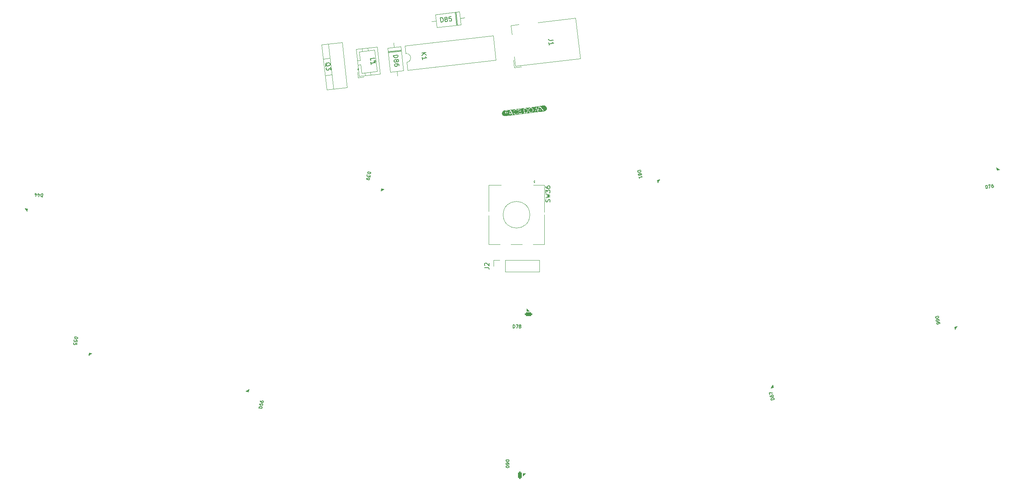
<source format=gto>
G04 #@! TF.GenerationSoftware,KiCad,Pcbnew,(7.0.0-0)*
G04 #@! TF.CreationDate,2023-03-04T10:35:24+00:00*
G04 #@! TF.ProjectId,LeChiffre,4c654368-6966-4667-9265-2e6b69636164,rev?*
G04 #@! TF.SameCoordinates,Original*
G04 #@! TF.FileFunction,Legend,Top*
G04 #@! TF.FilePolarity,Positive*
%FSLAX46Y46*%
G04 Gerber Fmt 4.6, Leading zero omitted, Abs format (unit mm)*
G04 Created by KiCad (PCBNEW (7.0.0-0)) date 2023-03-04 10:35:24*
%MOMM*%
%LPD*%
G01*
G04 APERTURE LIST*
G04 Aperture macros list*
%AMRoundRect*
0 Rectangle with rounded corners*
0 $1 Rounding radius*
0 $2 $3 $4 $5 $6 $7 $8 $9 X,Y pos of 4 corners*
0 Add a 4 corners polygon primitive as box body*
4,1,4,$2,$3,$4,$5,$6,$7,$8,$9,$2,$3,0*
0 Add four circle primitives for the rounded corners*
1,1,$1+$1,$2,$3*
1,1,$1+$1,$4,$5*
1,1,$1+$1,$6,$7*
1,1,$1+$1,$8,$9*
0 Add four rect primitives between the rounded corners*
20,1,$1+$1,$2,$3,$4,$5,0*
20,1,$1+$1,$4,$5,$6,$7,0*
20,1,$1+$1,$6,$7,$8,$9,0*
20,1,$1+$1,$8,$9,$2,$3,0*%
%AMHorizOval*
0 Thick line with rounded ends*
0 $1 width*
0 $2 $3 position (X,Y) of the first rounded end (center of the circle)*
0 $4 $5 position (X,Y) of the second rounded end (center of the circle)*
0 Add line between two ends*
20,1,$1,$2,$3,$4,$5,0*
0 Add two circle primitives to create the rounded ends*
1,1,$1,$2,$3*
1,1,$1,$4,$5*%
%AMRotRect*
0 Rectangle, with rotation*
0 The origin of the aperture is its center*
0 $1 length*
0 $2 width*
0 $3 Rotation angle, in degrees counterclockwise*
0 Add horizontal line*
21,1,$1,$2,0,0,$3*%
G04 Aperture macros list end*
%ADD10C,0.150000*%
%ADD11C,0.120000*%
%ADD12C,0.100000*%
%ADD13C,1.700000*%
%ADD14C,1.200000*%
%ADD15C,1.750000*%
%ADD16C,3.987800*%
%ADD17HorizOval,2.250000X-0.054968X-0.285445X0.054968X0.285445X0*%
%ADD18C,2.250000*%
%ADD19C,2.000000*%
%ADD20HorizOval,2.250000X-0.739078X-0.644739X0.739078X0.644739X0*%
%ADD21HorizOval,2.250000X-0.064896X-0.283352X0.064896X0.283352X0*%
%ADD22HorizOval,2.250000X-0.761129X-0.618553X0.761129X0.618553X0*%
%ADD23HorizOval,2.250000X-0.079637X-0.279568X0.079637X0.279568X0*%
%ADD24HorizOval,2.250000X-0.792459X-0.577871X0.792459X0.577871X0*%
%ADD25HorizOval,2.250000X0.050977X-0.286184X-0.050977X0.286184X0*%
%ADD26HorizOval,2.250000X-0.458935X-0.866778X0.458935X0.866778X0*%
%ADD27HorizOval,2.250000X0.035930X-0.288460X-0.035930X0.288460X0*%
%ADD28HorizOval,2.250000X-0.503670X-0.841571X0.503670X0.841571X0*%
%ADD29HorizOval,2.250000X0.025841X-0.289538X-0.025841X0.289538X0*%
%ADD30HorizOval,2.250000X-0.532734X-0.823481X0.532734X0.823481X0*%
%ADD31R,1.700000X1.700000*%
%ADD32O,1.700000X1.700000*%
%ADD33R,2.000000X2.000000*%
%ADD34HorizOval,2.250000X-0.019771X-0.290016X0.019771X0.290016X0*%
%ADD35HorizOval,2.250000X-0.654995X-0.730004X0.654995X0.730004X0*%
%ADD36RotRect,1.622000X0.820000X104.000000*%
%ADD37RoundRect,0.205000X0.345515X-0.538405X0.052306X0.637593X-0.345515X0.538405X-0.052306X-0.637593X0*%
%ADD38RotRect,1.622000X0.803000X104.000000*%
%ADD39R,1.622000X0.820000*%
%ADD40RoundRect,0.205000X-0.606000X-0.205000X0.606000X-0.205000X0.606000X0.205000X-0.606000X0.205000X0*%
%ADD41R,1.622000X0.803000*%
%ADD42RotRect,2.200000X2.200000X276.500000*%
%ADD43HorizOval,2.200000X0.000000X0.000000X0.000000X0.000000X0*%
%ADD44RotRect,1.622000X0.820000X173.000000*%
%ADD45RoundRect,0.205000X0.626466X0.129619X-0.576500X0.277325X-0.626466X-0.129619X0.576500X-0.277325X0*%
%ADD46RotRect,1.622000X0.803000X173.000000*%
%ADD47RotRect,1.622000X0.820000X9.000000*%
%ADD48RoundRect,0.205000X-0.566470X-0.297275X0.630608X-0.107677X0.566470X0.297275X-0.630608X0.107677X0*%
%ADD49RotRect,1.622000X0.803000X9.000000*%
%ADD50RotRect,4.400000X1.800000X96.500000*%
%ADD51HorizOval,1.800000X-0.124524X1.092929X0.124524X-1.092929X0*%
%ADD52HorizOval,1.800000X-1.092929X-0.124524X1.092929X0.124524X0*%
%ADD53RotRect,1.622000X0.820000X258.000000*%
%ADD54RoundRect,0.205000X-0.074526X0.635379X-0.326515X-0.550136X0.074526X-0.635379X0.326515X0.550136X0*%
%ADD55RotRect,1.622000X0.803000X258.000000*%
%ADD56R,0.820000X1.622000*%
%ADD57RoundRect,0.205000X-0.205000X0.606000X-0.205000X-0.606000X0.205000X-0.606000X0.205000X0.606000X0*%
%ADD58R,0.803000X1.622000*%
%ADD59RoundRect,0.250000X0.660604X-0.276998X0.581361X0.418502X-0.660604X0.276998X-0.581361X-0.418502X0*%
%ADD60HorizOval,1.200000X0.273232X0.031131X-0.273232X-0.031131X0*%
%ADD61RotRect,1.905000X2.000000X96.500000*%
%ADD62HorizOval,1.905000X0.047195X0.005377X-0.047195X-0.005377X0*%
%ADD63RotRect,1.622000X0.820000X281.000000*%
%ADD64RoundRect,0.205000X-0.316864X0.555750X-0.085603X-0.633982X0.316864X-0.555750X0.085603X0.633982X0*%
%ADD65RotRect,1.622000X0.803000X281.000000*%
%ADD66RotRect,1.622000X0.820000X284.000000*%
%ADD67RoundRect,0.205000X-0.345515X0.538405X-0.052306X-0.637593X0.345515X-0.538405X0.052306X0.637593X0*%
%ADD68RotRect,1.622000X0.803000X284.000000*%
%ADD69RotRect,1.622000X0.820000X261.000000*%
%ADD70RoundRect,0.205000X-0.107677X0.630608X-0.297275X-0.566470X0.107677X-0.630608X0.297275X0.566470X0*%
%ADD71RotRect,1.622000X0.803000X261.000000*%
%ADD72RotRect,1.400000X1.400000X96.500000*%
%ADD73C,1.400000*%
%ADD74RotRect,1.622000X0.820000X78.000000*%
%ADD75RoundRect,0.205000X0.074526X-0.635379X0.326515X0.550136X-0.074526X0.635379X-0.326515X-0.550136X0*%
%ADD76RotRect,1.622000X0.803000X78.000000*%
%ADD77RotRect,2.200000X2.200000X186.500000*%
%ADD78HorizOval,2.200000X0.000000X0.000000X0.000000X0.000000X0*%
%ADD79C,1.752600*%
%ADD80RotRect,1.752600X1.752600X186.500000*%
G04 APERTURE END LIST*
D10*
X137524651Y-91930556D02*
X138238937Y-91930556D01*
X138238937Y-91930556D02*
X138381794Y-91978175D01*
X138381794Y-91978175D02*
X138477032Y-92073413D01*
X138477032Y-92073413D02*
X138524651Y-92216270D01*
X138524651Y-92216270D02*
X138524651Y-92311508D01*
X137619890Y-91501984D02*
X137572271Y-91454365D01*
X137572271Y-91454365D02*
X137524651Y-91359127D01*
X137524651Y-91359127D02*
X137524651Y-91121032D01*
X137524651Y-91121032D02*
X137572271Y-91025794D01*
X137572271Y-91025794D02*
X137619890Y-90978175D01*
X137619890Y-90978175D02*
X137715128Y-90930556D01*
X137715128Y-90930556D02*
X137810366Y-90930556D01*
X137810366Y-90930556D02*
X137953223Y-90978175D01*
X137953223Y-90978175D02*
X138524651Y-91549603D01*
X138524651Y-91549603D02*
X138524651Y-90930556D01*
X152247034Y-77146747D02*
X152294653Y-77003890D01*
X152294653Y-77003890D02*
X152294653Y-76765795D01*
X152294653Y-76765795D02*
X152247034Y-76670557D01*
X152247034Y-76670557D02*
X152199415Y-76622938D01*
X152199415Y-76622938D02*
X152104177Y-76575319D01*
X152104177Y-76575319D02*
X152008939Y-76575319D01*
X152008939Y-76575319D02*
X151913701Y-76622938D01*
X151913701Y-76622938D02*
X151866082Y-76670557D01*
X151866082Y-76670557D02*
X151818463Y-76765795D01*
X151818463Y-76765795D02*
X151770844Y-76956271D01*
X151770844Y-76956271D02*
X151723225Y-77051509D01*
X151723225Y-77051509D02*
X151675606Y-77099128D01*
X151675606Y-77099128D02*
X151580368Y-77146747D01*
X151580368Y-77146747D02*
X151485130Y-77146747D01*
X151485130Y-77146747D02*
X151389892Y-77099128D01*
X151389892Y-77099128D02*
X151342273Y-77051509D01*
X151342273Y-77051509D02*
X151294653Y-76956271D01*
X151294653Y-76956271D02*
X151294653Y-76718176D01*
X151294653Y-76718176D02*
X151342273Y-76575319D01*
X151294653Y-76241985D02*
X152294653Y-76003890D01*
X152294653Y-76003890D02*
X151580368Y-75813414D01*
X151580368Y-75813414D02*
X152294653Y-75622938D01*
X152294653Y-75622938D02*
X151294653Y-75384843D01*
X151294653Y-75099128D02*
X151294653Y-74480081D01*
X151294653Y-74480081D02*
X151675606Y-74813414D01*
X151675606Y-74813414D02*
X151675606Y-74670557D01*
X151675606Y-74670557D02*
X151723225Y-74575319D01*
X151723225Y-74575319D02*
X151770844Y-74527700D01*
X151770844Y-74527700D02*
X151866082Y-74480081D01*
X151866082Y-74480081D02*
X152104177Y-74480081D01*
X152104177Y-74480081D02*
X152199415Y-74527700D01*
X152199415Y-74527700D02*
X152247034Y-74575319D01*
X152247034Y-74575319D02*
X152294653Y-74670557D01*
X152294653Y-74670557D02*
X152294653Y-74956271D01*
X152294653Y-74956271D02*
X152247034Y-75051509D01*
X152247034Y-75051509D02*
X152199415Y-75099128D01*
X151294653Y-73622938D02*
X151294653Y-73813414D01*
X151294653Y-73813414D02*
X151342273Y-73908652D01*
X151342273Y-73908652D02*
X151389892Y-73956271D01*
X151389892Y-73956271D02*
X151532749Y-74051509D01*
X151532749Y-74051509D02*
X151723225Y-74099128D01*
X151723225Y-74099128D02*
X152104177Y-74099128D01*
X152104177Y-74099128D02*
X152199415Y-74051509D01*
X152199415Y-74051509D02*
X152247034Y-74003890D01*
X152247034Y-74003890D02*
X152294653Y-73908652D01*
X152294653Y-73908652D02*
X152294653Y-73718176D01*
X152294653Y-73718176D02*
X152247034Y-73622938D01*
X152247034Y-73622938D02*
X152199415Y-73575319D01*
X152199415Y-73575319D02*
X152104177Y-73527700D01*
X152104177Y-73527700D02*
X151866082Y-73527700D01*
X151866082Y-73527700D02*
X151770844Y-73575319D01*
X151770844Y-73575319D02*
X151723225Y-73622938D01*
X151723225Y-73622938D02*
X151675606Y-73718176D01*
X151675606Y-73718176D02*
X151675606Y-73908652D01*
X151675606Y-73908652D02*
X151723225Y-74003890D01*
X151723225Y-74003890D02*
X151770844Y-74051509D01*
X151770844Y-74051509D02*
X151866082Y-74099128D01*
X202808791Y-121668611D02*
X202129584Y-121837956D01*
X202129584Y-121837956D02*
X202089264Y-121676240D01*
X202089264Y-121676240D02*
X202097415Y-121571147D01*
X202097415Y-121571147D02*
X202145973Y-121490332D01*
X202145973Y-121490332D02*
X202202595Y-121441861D01*
X202202595Y-121441861D02*
X202323904Y-121377261D01*
X202323904Y-121377261D02*
X202420933Y-121353069D01*
X202420933Y-121353069D02*
X202558370Y-121353156D01*
X202558370Y-121353156D02*
X202631121Y-121369371D01*
X202631121Y-121369371D02*
X202711935Y-121417929D01*
X202711935Y-121417929D02*
X202768471Y-121506895D01*
X202768471Y-121506895D02*
X202808791Y-121668611D01*
X201887662Y-120867661D02*
X201919918Y-120997033D01*
X201919918Y-120997033D02*
X201968390Y-121053656D01*
X201968390Y-121053656D02*
X202008797Y-121077935D01*
X202008797Y-121077935D02*
X202121955Y-121118429D01*
X202121955Y-121118429D02*
X202259391Y-121118516D01*
X202259391Y-121118516D02*
X202518137Y-121054003D01*
X202518137Y-121054003D02*
X202574759Y-121005532D01*
X202574759Y-121005532D02*
X202599038Y-120965125D01*
X202599038Y-120965125D02*
X202615253Y-120892374D01*
X202615253Y-120892374D02*
X202582997Y-120763002D01*
X202582997Y-120763002D02*
X202534526Y-120706379D01*
X202534526Y-120706379D02*
X202494119Y-120682100D01*
X202494119Y-120682100D02*
X202421368Y-120665885D01*
X202421368Y-120665885D02*
X202259652Y-120706205D01*
X202259652Y-120706205D02*
X202203030Y-120754677D01*
X202203030Y-120754677D02*
X202178751Y-120795084D01*
X202178751Y-120795084D02*
X202162536Y-120867834D01*
X202162536Y-120867834D02*
X202194792Y-120997207D01*
X202194792Y-120997207D02*
X202243263Y-121053830D01*
X202243263Y-121053830D02*
X202283670Y-121078109D01*
X202283670Y-121078109D02*
X202356421Y-121094324D01*
X201815085Y-120576572D02*
X201702188Y-120123767D01*
X201702188Y-120123767D02*
X202453972Y-120245510D01*
X143974449Y-105573093D02*
X143974449Y-104873093D01*
X143974449Y-104873093D02*
X144141116Y-104873093D01*
X144141116Y-104873093D02*
X144241116Y-104906427D01*
X144241116Y-104906427D02*
X144307783Y-104973093D01*
X144307783Y-104973093D02*
X144341116Y-105039760D01*
X144341116Y-105039760D02*
X144374449Y-105173093D01*
X144374449Y-105173093D02*
X144374449Y-105273093D01*
X144374449Y-105273093D02*
X144341116Y-105406427D01*
X144341116Y-105406427D02*
X144307783Y-105473093D01*
X144307783Y-105473093D02*
X144241116Y-105539760D01*
X144241116Y-105539760D02*
X144141116Y-105573093D01*
X144141116Y-105573093D02*
X143974449Y-105573093D01*
X144607783Y-104873093D02*
X145074449Y-104873093D01*
X145074449Y-104873093D02*
X144774449Y-105573093D01*
X145441116Y-105173093D02*
X145374450Y-105139760D01*
X145374450Y-105139760D02*
X145341116Y-105106427D01*
X145341116Y-105106427D02*
X145307783Y-105039760D01*
X145307783Y-105039760D02*
X145307783Y-105006427D01*
X145307783Y-105006427D02*
X145341116Y-104939760D01*
X145341116Y-104939760D02*
X145374450Y-104906427D01*
X145374450Y-104906427D02*
X145441116Y-104873093D01*
X145441116Y-104873093D02*
X145574450Y-104873093D01*
X145574450Y-104873093D02*
X145641116Y-104906427D01*
X145641116Y-104906427D02*
X145674450Y-104939760D01*
X145674450Y-104939760D02*
X145707783Y-105006427D01*
X145707783Y-105006427D02*
X145707783Y-105039760D01*
X145707783Y-105039760D02*
X145674450Y-105106427D01*
X145674450Y-105106427D02*
X145641116Y-105139760D01*
X145641116Y-105139760D02*
X145574450Y-105173093D01*
X145574450Y-105173093D02*
X145441116Y-105173093D01*
X145441116Y-105173093D02*
X145374450Y-105206427D01*
X145374450Y-105206427D02*
X145341116Y-105239760D01*
X145341116Y-105239760D02*
X145307783Y-105306427D01*
X145307783Y-105306427D02*
X145307783Y-105439760D01*
X145307783Y-105439760D02*
X145341116Y-105506427D01*
X145341116Y-105506427D02*
X145374450Y-105539760D01*
X145374450Y-105539760D02*
X145441116Y-105573093D01*
X145441116Y-105573093D02*
X145574450Y-105573093D01*
X145574450Y-105573093D02*
X145641116Y-105539760D01*
X145641116Y-105539760D02*
X145674450Y-105506427D01*
X145674450Y-105506427D02*
X145707783Y-105439760D01*
X145707783Y-105439760D02*
X145707783Y-105306427D01*
X145707783Y-105306427D02*
X145674450Y-105239760D01*
X145674450Y-105239760D02*
X145641116Y-105206427D01*
X145641116Y-105206427D02*
X145574450Y-105173093D01*
X116997519Y-44135108D02*
X117991091Y-44021905D01*
X117991091Y-44021905D02*
X118018044Y-44258470D01*
X118018044Y-44258470D02*
X117986903Y-44405799D01*
X117986903Y-44405799D02*
X117903058Y-44511206D01*
X117903058Y-44511206D02*
X117813823Y-44569300D01*
X117813823Y-44569300D02*
X117629962Y-44638176D01*
X117629962Y-44638176D02*
X117488023Y-44654348D01*
X117488023Y-44654348D02*
X117293381Y-44628597D01*
X117293381Y-44628597D02*
X117193364Y-44592066D01*
X117193364Y-44592066D02*
X117087957Y-44508221D01*
X117087957Y-44508221D02*
X117024472Y-44371673D01*
X117024472Y-44371673D02*
X116997519Y-44135108D01*
X117694650Y-45205931D02*
X117731181Y-45105915D01*
X117731181Y-45105915D02*
X117773104Y-45053211D01*
X117773104Y-45053211D02*
X117862339Y-44995117D01*
X117862339Y-44995117D02*
X117909652Y-44989726D01*
X117909652Y-44989726D02*
X118009668Y-45026258D01*
X118009668Y-45026258D02*
X118062372Y-45068180D01*
X118062372Y-45068180D02*
X118120466Y-45157416D01*
X118120466Y-45157416D02*
X118142029Y-45346667D01*
X118142029Y-45346667D02*
X118105497Y-45446684D01*
X118105497Y-45446684D02*
X118063575Y-45499387D01*
X118063575Y-45499387D02*
X117974339Y-45557482D01*
X117974339Y-45557482D02*
X117927026Y-45562872D01*
X117927026Y-45562872D02*
X117827010Y-45526341D01*
X117827010Y-45526341D02*
X117774306Y-45484418D01*
X117774306Y-45484418D02*
X117716212Y-45395183D01*
X117716212Y-45395183D02*
X117694650Y-45205931D01*
X117694650Y-45205931D02*
X117636555Y-45116696D01*
X117636555Y-45116696D02*
X117583852Y-45074774D01*
X117583852Y-45074774D02*
X117483835Y-45038242D01*
X117483835Y-45038242D02*
X117294583Y-45059804D01*
X117294583Y-45059804D02*
X117205348Y-45117899D01*
X117205348Y-45117899D02*
X117163426Y-45170602D01*
X117163426Y-45170602D02*
X117126894Y-45270619D01*
X117126894Y-45270619D02*
X117148457Y-45459871D01*
X117148457Y-45459871D02*
X117206551Y-45549106D01*
X117206551Y-45549106D02*
X117259254Y-45591028D01*
X117259254Y-45591028D02*
X117359271Y-45627560D01*
X117359271Y-45627560D02*
X117548523Y-45605997D01*
X117548523Y-45605997D02*
X117637758Y-45547903D01*
X117637758Y-45547903D02*
X117679680Y-45495199D01*
X117679680Y-45495199D02*
X117716212Y-45395183D01*
X118260622Y-46387552D02*
X118239060Y-46198300D01*
X118239060Y-46198300D02*
X118180966Y-46109065D01*
X118180966Y-46109065D02*
X118128262Y-46067143D01*
X118128262Y-46067143D02*
X117975542Y-45988689D01*
X117975542Y-45988689D02*
X117780900Y-45962938D01*
X117780900Y-45962938D02*
X117402396Y-46006063D01*
X117402396Y-46006063D02*
X117313161Y-46064158D01*
X117313161Y-46064158D02*
X117271238Y-46116861D01*
X117271238Y-46116861D02*
X117234707Y-46216878D01*
X117234707Y-46216878D02*
X117256269Y-46406129D01*
X117256269Y-46406129D02*
X117314363Y-46495365D01*
X117314363Y-46495365D02*
X117367067Y-46537287D01*
X117367067Y-46537287D02*
X117467084Y-46573819D01*
X117467084Y-46573819D02*
X117703648Y-46546866D01*
X117703648Y-46546866D02*
X117792884Y-46488771D01*
X117792884Y-46488771D02*
X117834806Y-46436068D01*
X117834806Y-46436068D02*
X117871338Y-46336051D01*
X117871338Y-46336051D02*
X117849775Y-46146800D01*
X117849775Y-46146800D02*
X117791681Y-46057564D01*
X117791681Y-46057564D02*
X117738977Y-46015642D01*
X117738977Y-46015642D02*
X117638961Y-45979110D01*
X37949407Y-75318441D02*
X37864098Y-76013223D01*
X37864098Y-76013223D02*
X37698674Y-75992911D01*
X37698674Y-75992911D02*
X37603482Y-75947640D01*
X37603482Y-75947640D02*
X37545436Y-75873345D01*
X37545436Y-75873345D02*
X37520476Y-75803113D01*
X37520476Y-75803113D02*
X37503641Y-75666711D01*
X37503641Y-75666711D02*
X37515828Y-75567457D01*
X37515828Y-75567457D02*
X37565162Y-75439180D01*
X37565162Y-75439180D02*
X37606371Y-75377072D01*
X37606371Y-75377072D02*
X37680666Y-75319027D01*
X37680666Y-75319027D02*
X37783982Y-75298129D01*
X37783982Y-75298129D02*
X37949407Y-75318441D01*
X36899988Y-75659760D02*
X36956861Y-75196571D01*
X37032914Y-75944750D02*
X37259273Y-75468789D01*
X37259273Y-75468789D02*
X36829170Y-75415979D01*
X36238291Y-75578513D02*
X36295163Y-75115325D01*
X36371216Y-75863504D02*
X36597575Y-75387542D01*
X36597575Y-75387542D02*
X36167472Y-75334732D01*
X250557509Y-74129929D02*
X250448005Y-73438548D01*
X250448005Y-73438548D02*
X250612619Y-73412475D01*
X250612619Y-73412475D02*
X250716603Y-73429755D01*
X250716603Y-73429755D02*
X250792878Y-73485172D01*
X250792878Y-73485172D02*
X250836229Y-73545803D01*
X250836229Y-73545803D02*
X250890010Y-73672280D01*
X250890010Y-73672280D02*
X250905654Y-73771049D01*
X250905654Y-73771049D02*
X250893589Y-73907955D01*
X250893589Y-73907955D02*
X250871095Y-73979016D01*
X250871095Y-73979016D02*
X250815678Y-74055291D01*
X250815678Y-74055291D02*
X250722124Y-74103857D01*
X250722124Y-74103857D02*
X250557509Y-74129929D01*
X251073541Y-73339472D02*
X251534462Y-73266470D01*
X251534462Y-73266470D02*
X251347659Y-74004782D01*
X252094152Y-73177823D02*
X251962460Y-73198681D01*
X251962460Y-73198681D02*
X251901829Y-73242033D01*
X251901829Y-73242033D02*
X251874121Y-73280171D01*
X251874121Y-73280171D02*
X251823918Y-73389368D01*
X251823918Y-73389368D02*
X251811853Y-73526275D01*
X251811853Y-73526275D02*
X251853569Y-73789658D01*
X251853569Y-73789658D02*
X251896921Y-73850290D01*
X251896921Y-73850290D02*
X251935058Y-73877998D01*
X251935058Y-73877998D02*
X252006119Y-73900492D01*
X252006119Y-73900492D02*
X252137810Y-73879634D01*
X252137810Y-73879634D02*
X252198442Y-73836282D01*
X252198442Y-73836282D02*
X252226150Y-73798145D01*
X252226150Y-73798145D02*
X252248644Y-73727084D01*
X252248644Y-73727084D02*
X252222572Y-73562470D01*
X252222572Y-73562470D02*
X252179220Y-73501838D01*
X252179220Y-73501838D02*
X252141083Y-73474130D01*
X252141083Y-73474130D02*
X252070022Y-73451636D01*
X252070022Y-73451636D02*
X251938330Y-73472494D01*
X251938330Y-73472494D02*
X251877699Y-73515846D01*
X251877699Y-73515846D02*
X251849991Y-73553983D01*
X251849991Y-73553983D02*
X251827497Y-73625044D01*
X152990818Y-40647194D02*
X152281123Y-40728054D01*
X152281123Y-40728054D02*
X152133794Y-40696913D01*
X152133794Y-40696913D02*
X152028387Y-40613068D01*
X152028387Y-40613068D02*
X151964902Y-40476520D01*
X151964902Y-40476520D02*
X151954121Y-40381894D01*
X152110449Y-41753970D02*
X152045761Y-41186214D01*
X152078105Y-41470092D02*
X153071677Y-41356889D01*
X153071677Y-41356889D02*
X152918957Y-41278435D01*
X152918957Y-41278435D02*
X152813550Y-41194590D01*
X152813550Y-41194590D02*
X152755456Y-41105355D01*
X111224521Y-70350043D02*
X111909224Y-70495581D01*
X111909224Y-70495581D02*
X111874572Y-70658606D01*
X111874572Y-70658606D02*
X111821176Y-70749490D01*
X111821176Y-70749490D02*
X111742105Y-70800839D01*
X111742105Y-70800839D02*
X111669965Y-70819583D01*
X111669965Y-70819583D02*
X111532615Y-70824466D01*
X111532615Y-70824466D02*
X111434800Y-70803675D01*
X111434800Y-70803675D02*
X111311311Y-70743349D01*
X111311311Y-70743349D02*
X111253031Y-70696883D01*
X111253031Y-70696883D02*
X111201682Y-70617813D01*
X111201682Y-70617813D02*
X111189869Y-70513067D01*
X111189869Y-70513067D02*
X111224521Y-70350043D01*
X111777546Y-71115074D02*
X111687451Y-71538938D01*
X111687451Y-71538938D02*
X111475125Y-71255261D01*
X111475125Y-71255261D02*
X111454334Y-71353076D01*
X111454334Y-71353076D02*
X111407868Y-71411355D01*
X111407868Y-71411355D02*
X111368333Y-71437030D01*
X111368333Y-71437030D02*
X111296192Y-71455774D01*
X111296192Y-71455774D02*
X111133168Y-71421122D01*
X111133168Y-71421122D02*
X111074888Y-71374656D01*
X111074888Y-71374656D02*
X111049214Y-71335121D01*
X111049214Y-71335121D02*
X111030470Y-71262981D01*
X111030470Y-71262981D02*
X111072052Y-71067351D01*
X111072052Y-71067351D02*
X111118518Y-71009072D01*
X111118518Y-71009072D02*
X111158053Y-70983397D01*
X110933444Y-71719450D02*
X110905723Y-71849869D01*
X110905723Y-71849869D02*
X110924467Y-71922010D01*
X110924467Y-71922010D02*
X110950141Y-71961545D01*
X110950141Y-71961545D02*
X111034095Y-72047546D01*
X111034095Y-72047546D02*
X111157584Y-72107872D01*
X111157584Y-72107872D02*
X111418424Y-72163316D01*
X111418424Y-72163316D02*
X111490564Y-72144571D01*
X111490564Y-72144571D02*
X111530099Y-72118897D01*
X111530099Y-72118897D02*
X111576565Y-72060617D01*
X111576565Y-72060617D02*
X111604287Y-71930198D01*
X111604287Y-71930198D02*
X111585543Y-71858058D01*
X111585543Y-71858058D02*
X111559868Y-71818522D01*
X111559868Y-71818522D02*
X111501589Y-71772057D01*
X111501589Y-71772057D02*
X111338564Y-71737405D01*
X111338564Y-71737405D02*
X111266424Y-71756149D01*
X111266424Y-71756149D02*
X111226888Y-71781823D01*
X111226888Y-71781823D02*
X111180423Y-71840103D01*
X111180423Y-71840103D02*
X111152701Y-71970522D01*
X111152701Y-71970522D02*
X111171445Y-72042663D01*
X111171445Y-72042663D02*
X111197120Y-72082198D01*
X111197120Y-72082198D02*
X111255399Y-72128664D01*
X142370104Y-135347222D02*
X143070104Y-135347222D01*
X143070104Y-135347222D02*
X143070104Y-135513889D01*
X143070104Y-135513889D02*
X143036771Y-135613889D01*
X143036771Y-135613889D02*
X142970104Y-135680556D01*
X142970104Y-135680556D02*
X142903437Y-135713889D01*
X142903437Y-135713889D02*
X142770104Y-135747222D01*
X142770104Y-135747222D02*
X142670104Y-135747222D01*
X142670104Y-135747222D02*
X142536771Y-135713889D01*
X142536771Y-135713889D02*
X142470104Y-135680556D01*
X142470104Y-135680556D02*
X142403437Y-135613889D01*
X142403437Y-135613889D02*
X142370104Y-135513889D01*
X142370104Y-135513889D02*
X142370104Y-135347222D01*
X143070104Y-136347222D02*
X143070104Y-136213889D01*
X143070104Y-136213889D02*
X143036771Y-136147222D01*
X143036771Y-136147222D02*
X143003437Y-136113889D01*
X143003437Y-136113889D02*
X142903437Y-136047222D01*
X142903437Y-136047222D02*
X142770104Y-136013889D01*
X142770104Y-136013889D02*
X142503437Y-136013889D01*
X142503437Y-136013889D02*
X142436771Y-136047222D01*
X142436771Y-136047222D02*
X142403437Y-136080556D01*
X142403437Y-136080556D02*
X142370104Y-136147222D01*
X142370104Y-136147222D02*
X142370104Y-136280556D01*
X142370104Y-136280556D02*
X142403437Y-136347222D01*
X142403437Y-136347222D02*
X142436771Y-136380556D01*
X142436771Y-136380556D02*
X142503437Y-136413889D01*
X142503437Y-136413889D02*
X142670104Y-136413889D01*
X142670104Y-136413889D02*
X142736771Y-136380556D01*
X142736771Y-136380556D02*
X142770104Y-136347222D01*
X142770104Y-136347222D02*
X142803437Y-136280556D01*
X142803437Y-136280556D02*
X142803437Y-136147222D01*
X142803437Y-136147222D02*
X142770104Y-136080556D01*
X142770104Y-136080556D02*
X142736771Y-136047222D01*
X142736771Y-136047222D02*
X142670104Y-136013889D01*
X143070104Y-136847223D02*
X143070104Y-136913889D01*
X143070104Y-136913889D02*
X143036771Y-136980556D01*
X143036771Y-136980556D02*
X143003437Y-137013889D01*
X143003437Y-137013889D02*
X142936771Y-137047223D01*
X142936771Y-137047223D02*
X142803437Y-137080556D01*
X142803437Y-137080556D02*
X142636771Y-137080556D01*
X142636771Y-137080556D02*
X142503437Y-137047223D01*
X142503437Y-137047223D02*
X142436771Y-137013889D01*
X142436771Y-137013889D02*
X142403437Y-136980556D01*
X142403437Y-136980556D02*
X142370104Y-136913889D01*
X142370104Y-136913889D02*
X142370104Y-136847223D01*
X142370104Y-136847223D02*
X142403437Y-136780556D01*
X142403437Y-136780556D02*
X142436771Y-136747223D01*
X142436771Y-136747223D02*
X142503437Y-136713889D01*
X142503437Y-136713889D02*
X142636771Y-136680556D01*
X142636771Y-136680556D02*
X142803437Y-136680556D01*
X142803437Y-136680556D02*
X142936771Y-136713889D01*
X142936771Y-136713889D02*
X143003437Y-136747223D01*
X143003437Y-136747223D02*
X143036771Y-136780556D01*
X143036771Y-136780556D02*
X143070104Y-136847223D01*
X111866113Y-45275993D02*
X111812207Y-44802864D01*
X111812207Y-44802864D02*
X112805779Y-44689661D01*
X111963144Y-46127626D02*
X111898457Y-45559871D01*
X111930801Y-45843749D02*
X112924372Y-45730546D01*
X112924372Y-45730546D02*
X112771652Y-45652092D01*
X112771652Y-45652092D02*
X112666245Y-45568247D01*
X112666245Y-45568247D02*
X112608151Y-45479012D01*
X101679573Y-46557744D02*
X101716105Y-46457727D01*
X101716105Y-46457727D02*
X101799949Y-46352320D01*
X101799949Y-46352320D02*
X101925716Y-46194209D01*
X101925716Y-46194209D02*
X101962248Y-46094193D01*
X101962248Y-46094193D02*
X101951467Y-45999567D01*
X101720293Y-46073833D02*
X101756824Y-45973816D01*
X101756824Y-45973816D02*
X101840669Y-45868409D01*
X101840669Y-45868409D02*
X102024530Y-45799534D01*
X102024530Y-45799534D02*
X102355721Y-45761799D01*
X102355721Y-45761799D02*
X102550363Y-45787550D01*
X102550363Y-45787550D02*
X102655770Y-45871394D01*
X102655770Y-45871394D02*
X102713864Y-45960630D01*
X102713864Y-45960630D02*
X102735427Y-46149881D01*
X102735427Y-46149881D02*
X102698895Y-46249898D01*
X102698895Y-46249898D02*
X102615051Y-46355305D01*
X102615051Y-46355305D02*
X102431189Y-46424181D01*
X102431189Y-46424181D02*
X102099999Y-46461915D01*
X102099999Y-46461915D02*
X101905356Y-46436165D01*
X101905356Y-46436165D02*
X101799949Y-46352320D01*
X101799949Y-46352320D02*
X101741855Y-46263085D01*
X101741855Y-46263085D02*
X101720293Y-46073833D01*
X102800114Y-46717637D02*
X102870193Y-47332705D01*
X102870193Y-47332705D02*
X102453955Y-47044639D01*
X102453955Y-47044639D02*
X102470127Y-47186578D01*
X102470127Y-47186578D02*
X102433595Y-47286595D01*
X102433595Y-47286595D02*
X102391673Y-47339298D01*
X102391673Y-47339298D02*
X102302437Y-47397393D01*
X102302437Y-47397393D02*
X102065873Y-47424346D01*
X102065873Y-47424346D02*
X101965856Y-47387814D01*
X101965856Y-47387814D02*
X101913153Y-47345892D01*
X101913153Y-47345892D02*
X101855058Y-47256656D01*
X101855058Y-47256656D02*
X101822715Y-46972779D01*
X101822715Y-46972779D02*
X101859246Y-46872762D01*
X101859246Y-46872762D02*
X101901169Y-46820059D01*
X239151020Y-103045421D02*
X239838159Y-102911854D01*
X239838159Y-102911854D02*
X239869961Y-103075459D01*
X239869961Y-103075459D02*
X239856321Y-103179982D01*
X239856321Y-103179982D02*
X239803599Y-103258144D01*
X239803599Y-103258144D02*
X239744518Y-103303586D01*
X239744518Y-103303586D02*
X239619994Y-103361748D01*
X239619994Y-103361748D02*
X239521832Y-103380829D01*
X239521832Y-103380829D02*
X239384588Y-103373549D01*
X239384588Y-103373549D02*
X239312786Y-103353549D01*
X239312786Y-103353549D02*
X239234623Y-103300828D01*
X239234623Y-103300828D02*
X239182821Y-103209025D01*
X239182821Y-103209025D02*
X239151020Y-103045421D01*
X240028968Y-103893482D02*
X240003527Y-103762598D01*
X240003527Y-103762598D02*
X239958085Y-103703517D01*
X239958085Y-103703517D02*
X239919004Y-103677156D01*
X239919004Y-103677156D02*
X239808121Y-103630795D01*
X239808121Y-103630795D02*
X239670877Y-103623515D01*
X239670877Y-103623515D02*
X239409110Y-103674398D01*
X239409110Y-103674398D02*
X239350028Y-103719839D01*
X239350028Y-103719839D02*
X239323668Y-103758920D01*
X239323668Y-103758920D02*
X239303667Y-103830723D01*
X239303667Y-103830723D02*
X239329108Y-103961606D01*
X239329108Y-103961606D02*
X239374550Y-104020688D01*
X239374550Y-104020688D02*
X239413631Y-104047048D01*
X239413631Y-104047048D02*
X239485433Y-104067049D01*
X239485433Y-104067049D02*
X239649038Y-104035247D01*
X239649038Y-104035247D02*
X239708119Y-103989806D01*
X239708119Y-103989806D02*
X239734480Y-103950724D01*
X239734480Y-103950724D02*
X239754480Y-103878922D01*
X239754480Y-103878922D02*
X239729039Y-103748039D01*
X239729039Y-103748039D02*
X239683597Y-103688957D01*
X239683597Y-103688957D02*
X239644516Y-103662597D01*
X239644516Y-103662597D02*
X239572714Y-103642596D01*
X240156174Y-104547900D02*
X240130733Y-104417016D01*
X240130733Y-104417016D02*
X240085291Y-104357935D01*
X240085291Y-104357935D02*
X240046210Y-104331574D01*
X240046210Y-104331574D02*
X239935327Y-104285213D01*
X239935327Y-104285213D02*
X239798083Y-104277934D01*
X239798083Y-104277934D02*
X239536316Y-104328816D01*
X239536316Y-104328816D02*
X239477234Y-104374258D01*
X239477234Y-104374258D02*
X239450874Y-104413339D01*
X239450874Y-104413339D02*
X239430873Y-104485141D01*
X239430873Y-104485141D02*
X239456314Y-104616025D01*
X239456314Y-104616025D02*
X239501756Y-104675106D01*
X239501756Y-104675106D02*
X239540837Y-104701467D01*
X239540837Y-104701467D02*
X239612639Y-104721467D01*
X239612639Y-104721467D02*
X239776244Y-104689666D01*
X239776244Y-104689666D02*
X239835325Y-104644224D01*
X239835325Y-104644224D02*
X239861686Y-104605143D01*
X239861686Y-104605143D02*
X239881686Y-104533341D01*
X239881686Y-104533341D02*
X239856245Y-104402457D01*
X239856245Y-104402457D02*
X239810804Y-104343376D01*
X239810804Y-104343376D02*
X239771722Y-104317015D01*
X239771722Y-104317015D02*
X239699920Y-104297015D01*
X172002272Y-70163136D02*
X172681479Y-69993791D01*
X172681479Y-69993791D02*
X172721799Y-70155507D01*
X172721799Y-70155507D02*
X172713648Y-70260600D01*
X172713648Y-70260600D02*
X172665090Y-70341415D01*
X172665090Y-70341415D02*
X172608468Y-70389886D01*
X172608468Y-70389886D02*
X172487159Y-70454486D01*
X172487159Y-70454486D02*
X172390130Y-70478678D01*
X172390130Y-70478678D02*
X172252693Y-70478591D01*
X172252693Y-70478591D02*
X172179942Y-70462376D01*
X172179942Y-70462376D02*
X172099128Y-70413818D01*
X172099128Y-70413818D02*
X172042592Y-70324852D01*
X172042592Y-70324852D02*
X172002272Y-70163136D01*
X172583928Y-70842604D02*
X172600143Y-70769853D01*
X172600143Y-70769853D02*
X172624422Y-70729446D01*
X172624422Y-70729446D02*
X172681044Y-70680975D01*
X172681044Y-70680975D02*
X172713388Y-70672911D01*
X172713388Y-70672911D02*
X172786138Y-70689126D01*
X172786138Y-70689126D02*
X172826545Y-70713405D01*
X172826545Y-70713405D02*
X172875017Y-70770027D01*
X172875017Y-70770027D02*
X172907273Y-70899400D01*
X172907273Y-70899400D02*
X172891058Y-70972151D01*
X172891058Y-70972151D02*
X172866779Y-71012558D01*
X172866779Y-71012558D02*
X172810156Y-71061029D01*
X172810156Y-71061029D02*
X172777813Y-71069093D01*
X172777813Y-71069093D02*
X172705063Y-71052878D01*
X172705063Y-71052878D02*
X172664655Y-71028599D01*
X172664655Y-71028599D02*
X172616184Y-70971977D01*
X172616184Y-70971977D02*
X172583928Y-70842604D01*
X172583928Y-70842604D02*
X172535457Y-70785982D01*
X172535457Y-70785982D02*
X172495049Y-70761702D01*
X172495049Y-70761702D02*
X172422299Y-70745487D01*
X172422299Y-70745487D02*
X172292926Y-70777744D01*
X172292926Y-70777744D02*
X172236304Y-70826215D01*
X172236304Y-70826215D02*
X172212025Y-70866622D01*
X172212025Y-70866622D02*
X172195810Y-70939373D01*
X172195810Y-70939373D02*
X172228066Y-71068745D01*
X172228066Y-71068745D02*
X172276537Y-71125368D01*
X172276537Y-71125368D02*
X172316944Y-71149647D01*
X172316944Y-71149647D02*
X172389695Y-71165862D01*
X172389695Y-71165862D02*
X172519068Y-71133606D01*
X172519068Y-71133606D02*
X172575690Y-71085134D01*
X172575690Y-71085134D02*
X172599969Y-71044727D01*
X172599969Y-71044727D02*
X172616184Y-70971977D01*
X172421603Y-71844982D02*
X172324835Y-71456864D01*
X172373219Y-71650923D02*
X173052426Y-71481578D01*
X173052426Y-71481578D02*
X172939268Y-71441084D01*
X172939268Y-71441084D02*
X172858454Y-71392525D01*
X172858454Y-71392525D02*
X172809983Y-71335903D01*
X45152335Y-107571459D02*
X45843717Y-107680963D01*
X45843717Y-107680963D02*
X45817645Y-107845578D01*
X45817645Y-107845578D02*
X45769078Y-107939133D01*
X45769078Y-107939133D02*
X45692804Y-107994549D01*
X45692804Y-107994549D02*
X45621743Y-108017043D01*
X45621743Y-108017043D02*
X45484837Y-108029108D01*
X45484837Y-108029108D02*
X45386068Y-108013465D01*
X45386068Y-108013465D02*
X45259591Y-107959684D01*
X45259591Y-107959684D02*
X45198959Y-107916332D01*
X45198959Y-107916332D02*
X45143542Y-107840057D01*
X45143542Y-107840057D02*
X45126263Y-107736074D01*
X45126263Y-107736074D02*
X45152335Y-107571459D01*
X45682068Y-108701575D02*
X45734213Y-108372345D01*
X45734213Y-108372345D02*
X45410198Y-108287278D01*
X45410198Y-108287278D02*
X45437907Y-108325415D01*
X45437907Y-108325415D02*
X45460401Y-108396475D01*
X45460401Y-108396475D02*
X45434328Y-108561090D01*
X45434328Y-108561090D02*
X45390976Y-108621721D01*
X45390976Y-108621721D02*
X45352839Y-108649430D01*
X45352839Y-108649430D02*
X45281778Y-108671924D01*
X45281778Y-108671924D02*
X45117164Y-108645852D01*
X45117164Y-108645852D02*
X45056532Y-108602500D01*
X45056532Y-108602500D02*
X45028824Y-108564362D01*
X45028824Y-108564362D02*
X45006330Y-108493302D01*
X45006330Y-108493302D02*
X45032402Y-108328687D01*
X45032402Y-108328687D02*
X45075754Y-108268056D01*
X45075754Y-108268056D02*
X45113892Y-108240347D01*
X45577779Y-109360034D02*
X45629923Y-109030805D01*
X45629923Y-109030805D02*
X45305908Y-108945737D01*
X45305908Y-108945737D02*
X45333617Y-108983874D01*
X45333617Y-108983874D02*
X45356111Y-109054935D01*
X45356111Y-109054935D02*
X45330038Y-109219549D01*
X45330038Y-109219549D02*
X45286687Y-109280181D01*
X45286687Y-109280181D02*
X45248549Y-109307889D01*
X45248549Y-109307889D02*
X45177489Y-109330383D01*
X45177489Y-109330383D02*
X45012874Y-109304311D01*
X45012874Y-109304311D02*
X44952243Y-109260959D01*
X44952243Y-109260959D02*
X44924534Y-109222821D01*
X44924534Y-109222821D02*
X44902040Y-109151761D01*
X44902040Y-109151761D02*
X44928113Y-108987146D01*
X44928113Y-108987146D02*
X44971464Y-108926515D01*
X44971464Y-108926515D02*
X45009602Y-108898806D01*
X123351425Y-43558238D02*
X124344997Y-43445035D01*
X123416113Y-44125993D02*
X123935353Y-43635489D01*
X124409685Y-44012790D02*
X123777242Y-43509722D01*
X123523926Y-45072252D02*
X123459238Y-44504497D01*
X123491582Y-44788375D02*
X124485154Y-44675171D01*
X124485154Y-44675171D02*
X124332434Y-44596717D01*
X124332434Y-44596717D02*
X124227026Y-44512873D01*
X124227026Y-44512873D02*
X124168932Y-44423637D01*
X87354256Y-123743114D02*
X86669553Y-123597576D01*
X86669553Y-123597576D02*
X86704205Y-123434551D01*
X86704205Y-123434551D02*
X86757601Y-123343667D01*
X86757601Y-123343667D02*
X86836672Y-123292318D01*
X86836672Y-123292318D02*
X86908812Y-123273574D01*
X86908812Y-123273574D02*
X87046162Y-123268691D01*
X87046162Y-123268691D02*
X87143977Y-123289482D01*
X87143977Y-123289482D02*
X87267466Y-123349808D01*
X87267466Y-123349808D02*
X87325746Y-123396274D01*
X87325746Y-123396274D02*
X87377095Y-123475344D01*
X87377095Y-123475344D02*
X87388908Y-123580090D01*
X87388908Y-123580090D02*
X87354256Y-123743114D01*
X86884395Y-122586824D02*
X86815091Y-122912873D01*
X86815091Y-122912873D02*
X87134210Y-123014782D01*
X87134210Y-123014782D02*
X87108536Y-122975246D01*
X87108536Y-122975246D02*
X87089791Y-122903106D01*
X87089791Y-122903106D02*
X87124443Y-122740081D01*
X87124443Y-122740081D02*
X87170909Y-122681802D01*
X87170909Y-122681802D02*
X87210444Y-122656127D01*
X87210444Y-122656127D02*
X87282585Y-122637383D01*
X87282585Y-122637383D02*
X87445609Y-122672035D01*
X87445609Y-122672035D02*
X87503889Y-122718501D01*
X87503889Y-122718501D02*
X87529563Y-122758036D01*
X87529563Y-122758036D02*
X87548307Y-122830176D01*
X87548307Y-122830176D02*
X87513655Y-122993201D01*
X87513655Y-122993201D02*
X87467190Y-123051481D01*
X87467190Y-123051481D02*
X87427654Y-123077155D01*
X87016073Y-121967330D02*
X86988351Y-122097749D01*
X86988351Y-122097749D02*
X87007095Y-122169890D01*
X87007095Y-122169890D02*
X87032770Y-122209425D01*
X87032770Y-122209425D02*
X87116724Y-122295426D01*
X87116724Y-122295426D02*
X87240213Y-122355752D01*
X87240213Y-122355752D02*
X87501052Y-122411196D01*
X87501052Y-122411196D02*
X87573193Y-122392451D01*
X87573193Y-122392451D02*
X87612728Y-122366777D01*
X87612728Y-122366777D02*
X87659194Y-122308497D01*
X87659194Y-122308497D02*
X87686915Y-122178078D01*
X87686915Y-122178078D02*
X87668171Y-122105938D01*
X87668171Y-122105938D02*
X87642497Y-122066402D01*
X87642497Y-122066402D02*
X87584217Y-122019937D01*
X87584217Y-122019937D02*
X87421193Y-121985285D01*
X87421193Y-121985285D02*
X87349052Y-122004029D01*
X87349052Y-122004029D02*
X87309517Y-122029703D01*
X87309517Y-122029703D02*
X87263051Y-122087983D01*
X87263051Y-122087983D02*
X87235330Y-122218402D01*
X87235330Y-122218402D02*
X87254074Y-122290543D01*
X87254074Y-122290543D02*
X87279748Y-122330078D01*
X87279748Y-122330078D02*
X87338028Y-122376544D01*
X127685108Y-36602480D02*
X127571905Y-35608908D01*
X127571905Y-35608908D02*
X127808470Y-35581955D01*
X127808470Y-35581955D02*
X127955799Y-35613096D01*
X127955799Y-35613096D02*
X128061206Y-35696941D01*
X128061206Y-35696941D02*
X128119300Y-35786176D01*
X128119300Y-35786176D02*
X128188176Y-35970037D01*
X128188176Y-35970037D02*
X128204348Y-36111976D01*
X128204348Y-36111976D02*
X128178597Y-36306618D01*
X128178597Y-36306618D02*
X128142066Y-36406635D01*
X128142066Y-36406635D02*
X128058221Y-36512042D01*
X128058221Y-36512042D02*
X127921673Y-36575527D01*
X127921673Y-36575527D02*
X127685108Y-36602480D01*
X128755931Y-35905349D02*
X128655915Y-35868818D01*
X128655915Y-35868818D02*
X128603211Y-35826895D01*
X128603211Y-35826895D02*
X128545117Y-35737660D01*
X128545117Y-35737660D02*
X128539726Y-35690347D01*
X128539726Y-35690347D02*
X128576258Y-35590331D01*
X128576258Y-35590331D02*
X128618180Y-35537627D01*
X128618180Y-35537627D02*
X128707416Y-35479533D01*
X128707416Y-35479533D02*
X128896667Y-35457970D01*
X128896667Y-35457970D02*
X128996684Y-35494502D01*
X128996684Y-35494502D02*
X129049387Y-35536424D01*
X129049387Y-35536424D02*
X129107482Y-35625660D01*
X129107482Y-35625660D02*
X129112872Y-35672973D01*
X129112872Y-35672973D02*
X129076341Y-35772989D01*
X129076341Y-35772989D02*
X129034418Y-35825693D01*
X129034418Y-35825693D02*
X128945183Y-35883787D01*
X128945183Y-35883787D02*
X128755931Y-35905349D01*
X128755931Y-35905349D02*
X128666696Y-35963444D01*
X128666696Y-35963444D02*
X128624774Y-36016147D01*
X128624774Y-36016147D02*
X128588242Y-36116164D01*
X128588242Y-36116164D02*
X128609804Y-36305416D01*
X128609804Y-36305416D02*
X128667899Y-36394651D01*
X128667899Y-36394651D02*
X128720602Y-36436573D01*
X128720602Y-36436573D02*
X128820619Y-36473105D01*
X128820619Y-36473105D02*
X129009871Y-36451542D01*
X129009871Y-36451542D02*
X129099106Y-36393448D01*
X129099106Y-36393448D02*
X129141028Y-36340745D01*
X129141028Y-36340745D02*
X129177560Y-36240728D01*
X129177560Y-36240728D02*
X129155997Y-36051476D01*
X129155997Y-36051476D02*
X129097903Y-35962241D01*
X129097903Y-35962241D02*
X129045199Y-35920319D01*
X129045199Y-35920319D02*
X128945183Y-35883787D01*
X129984865Y-35333986D02*
X129511736Y-35387892D01*
X129511736Y-35387892D02*
X129518329Y-35866412D01*
X129518329Y-35866412D02*
X129560251Y-35813709D01*
X129560251Y-35813709D02*
X129649487Y-35755615D01*
X129649487Y-35755615D02*
X129886051Y-35728661D01*
X129886051Y-35728661D02*
X129986068Y-35765193D01*
X129986068Y-35765193D02*
X130038771Y-35807115D01*
X130038771Y-35807115D02*
X130096866Y-35896351D01*
X130096866Y-35896351D02*
X130123819Y-36132915D01*
X130123819Y-36132915D02*
X130087287Y-36232932D01*
X130087287Y-36232932D02*
X130045365Y-36285636D01*
X130045365Y-36285636D02*
X129956129Y-36343730D01*
X129956129Y-36343730D02*
X129719565Y-36370683D01*
X129719565Y-36370683D02*
X129619548Y-36334151D01*
X129619548Y-36334151D02*
X129566845Y-36292229D01*
D11*
X142197271Y-92927223D02*
X149877271Y-92927223D01*
X142197271Y-92927223D02*
X142197271Y-90267223D01*
X149877271Y-92927223D02*
X149877271Y-90267223D01*
X139597271Y-91597223D02*
X139597271Y-90267223D01*
X139597271Y-90267223D02*
X140927271Y-90267223D01*
X142197271Y-90267223D02*
X149877271Y-90267223D01*
X148827273Y-72237224D02*
X148827273Y-72837224D01*
X148527273Y-72537224D02*
X148827273Y-72237224D01*
X148827273Y-72837224D02*
X148527273Y-72537224D01*
X151027273Y-73337224D02*
X148527273Y-73337224D01*
X151027273Y-73337224D02*
X151027273Y-86737224D01*
X138427273Y-73337224D02*
X141227273Y-73337224D01*
X144727273Y-79537224D02*
X144727273Y-80537224D01*
X145227273Y-80037224D02*
X144227273Y-80037224D01*
X151027273Y-86737224D02*
X148427273Y-86737224D01*
X146027273Y-86737224D02*
X143427273Y-86737224D01*
X141027273Y-86737224D02*
X138427273Y-86737224D01*
X138427273Y-86737224D02*
X138427273Y-73337224D01*
X147727273Y-80037224D02*
G75*
G03*
X147727273Y-80037224I-3000000J0D01*
G01*
G36*
X202621373Y-118973051D02*
G01*
X202039195Y-119118204D01*
X202476220Y-118390874D01*
X202621373Y-118973051D01*
G37*
D12*
X202621373Y-118973051D02*
X202039195Y-119118204D01*
X202476220Y-118390874D01*
X202621373Y-118973051D01*
G36*
X147624450Y-101815927D02*
G01*
X147024450Y-101815927D01*
X147024450Y-101215927D01*
X147624450Y-101815927D01*
G37*
X147624450Y-101815927D02*
X147024450Y-101815927D01*
X147024450Y-101215927D01*
X147624450Y-101815927D01*
D11*
X117051692Y-41251386D02*
X117167160Y-42264830D01*
X118627710Y-42098421D02*
X115706609Y-42431238D01*
X115706609Y-42431238D02*
X116322434Y-47836269D01*
X118716009Y-42873407D02*
X115794907Y-43206224D01*
X118729593Y-42992636D02*
X115808492Y-43325453D01*
X118743177Y-43111864D02*
X115822076Y-43444682D01*
X119243536Y-47503452D02*
X118627710Y-42098421D01*
X116322434Y-47836269D02*
X119243536Y-47503452D01*
X117898452Y-48683304D02*
X117782985Y-47669860D01*
G36*
X143669708Y-57154171D02*
G01*
X143217492Y-57209696D01*
X143367374Y-56561120D01*
X143669708Y-57154171D01*
G37*
G36*
X146871981Y-56140005D02*
G01*
X146951942Y-56171673D01*
X147024266Y-56217672D01*
X147086667Y-56276486D01*
X147136861Y-56346596D01*
X147172733Y-56426261D01*
X147192171Y-56513742D01*
X147194474Y-56603327D01*
X147178940Y-56689304D01*
X147147297Y-56769462D01*
X147101273Y-56841588D01*
X147042423Y-56903694D01*
X146972301Y-56953789D01*
X146892636Y-56989661D01*
X146805155Y-57009099D01*
X146550685Y-57040344D01*
X146442343Y-56157971D01*
X146696813Y-56126726D01*
X146786300Y-56124435D01*
X146871981Y-56140005D01*
G37*
G36*
X148072336Y-55973827D02*
G01*
X148151283Y-56007818D01*
X148222444Y-56056559D01*
X148283940Y-56118584D01*
X148333891Y-56192422D01*
X148369927Y-56275865D01*
X148389678Y-56366706D01*
X148392505Y-56458926D01*
X148377961Y-56548080D01*
X148347627Y-56631575D01*
X148303085Y-56706820D01*
X148245878Y-56771723D01*
X148177548Y-56824197D01*
X148099479Y-56861672D01*
X148013056Y-56881581D01*
X147924999Y-56883296D01*
X147840452Y-56866387D01*
X147761530Y-56832593D01*
X147690344Y-56783655D01*
X147628824Y-56721433D01*
X147578897Y-56647792D01*
X147542873Y-56564447D01*
X147523061Y-56473114D01*
X147520235Y-56380894D01*
X147534780Y-56291740D01*
X147565112Y-56208245D01*
X147609654Y-56133000D01*
X147666862Y-56068097D01*
X147735191Y-56015623D01*
X147813260Y-55978148D01*
X147899684Y-55958239D01*
X147987754Y-55956623D01*
X148072336Y-55973827D01*
G37*
G36*
X148960364Y-56943867D02*
G01*
X148034660Y-57057530D01*
X146464507Y-57250320D01*
X145241790Y-57400451D01*
X144635159Y-57474936D01*
X143967076Y-57556966D01*
X142303171Y-57761268D01*
X142171865Y-57777390D01*
X142045967Y-57780413D01*
X141921900Y-57758815D01*
X141804429Y-57713428D01*
X141698070Y-57645995D01*
X141606910Y-57559109D01*
X141534452Y-57456108D01*
X141483481Y-57340950D01*
X141455956Y-57218060D01*
X141452933Y-57092162D01*
X141474531Y-56968094D01*
X141519919Y-56850624D01*
X141587351Y-56744265D01*
X141674237Y-56653105D01*
X141777239Y-56580647D01*
X141796402Y-56572165D01*
X142157168Y-56572165D01*
X142292595Y-57675132D01*
X142402891Y-57661589D01*
X142393638Y-57586233D01*
X143016614Y-57586233D01*
X143134001Y-57571820D01*
X143190854Y-57324926D01*
X143724218Y-57259437D01*
X143839112Y-57485243D01*
X143956500Y-57470830D01*
X143608313Y-56787945D01*
X144011301Y-56787945D01*
X144014839Y-56903869D01*
X144039451Y-57017205D01*
X144084267Y-57120863D01*
X144146474Y-57212289D01*
X144223260Y-57288930D01*
X144312303Y-57348971D01*
X144411280Y-57390599D01*
X144517206Y-57411481D01*
X144627098Y-57409284D01*
X144753812Y-57378030D01*
X144866095Y-57317161D01*
X144960241Y-57232328D01*
X145032546Y-57129184D01*
X144928374Y-57088394D01*
X144871682Y-57164829D01*
X144798060Y-57228749D01*
X144710890Y-57275139D01*
X144613555Y-57298987D01*
X144526088Y-57300630D01*
X144441739Y-57283696D01*
X144362816Y-57249903D01*
X144291630Y-57200964D01*
X144230209Y-57138731D01*
X144180577Y-57065053D01*
X144144848Y-56981672D01*
X144125136Y-56890326D01*
X144122211Y-56798119D01*
X144136459Y-56709001D01*
X144166399Y-56625554D01*
X144210547Y-56550358D01*
X144267459Y-56485491D01*
X144335690Y-56433030D01*
X144413759Y-56395554D01*
X144500183Y-56375645D01*
X144597811Y-56375354D01*
X144693740Y-56398663D01*
X144782017Y-56442704D01*
X144856694Y-56504609D01*
X144947904Y-56439829D01*
X144852782Y-56357143D01*
X144740873Y-56297311D01*
X144659157Y-56272245D01*
X144574413Y-56261592D01*
X144486640Y-56265349D01*
X144379481Y-56289802D01*
X144281753Y-56335689D01*
X144195787Y-56400026D01*
X144123914Y-56479824D01*
X144067951Y-56572765D01*
X144029709Y-56676524D01*
X144011301Y-56787945D01*
X143608313Y-56787945D01*
X143419277Y-56417197D01*
X143282194Y-56434029D01*
X143016614Y-57586233D01*
X142393638Y-57586233D01*
X142337112Y-57125862D01*
X142796420Y-57069466D01*
X142782877Y-56959170D01*
X142323569Y-57015566D01*
X142281006Y-56668919D01*
X142815946Y-56603237D01*
X142802403Y-56492940D01*
X142157168Y-56572165D01*
X141796402Y-56572165D01*
X141892396Y-56529676D01*
X142015286Y-56502151D01*
X142146592Y-56486029D01*
X144383688Y-56211348D01*
X145095786Y-56211348D01*
X145231214Y-57314315D01*
X145902448Y-57231898D01*
X145888905Y-57121601D01*
X145327968Y-57190475D01*
X145275731Y-56765045D01*
X145739766Y-56708069D01*
X145726223Y-56597772D01*
X145262189Y-56654748D01*
X145219626Y-56308102D01*
X145780563Y-56239227D01*
X145767021Y-56128931D01*
X145095786Y-56211348D01*
X144383688Y-56211348D01*
X145606406Y-56061217D01*
X146318504Y-56061217D01*
X146453931Y-57164184D01*
X146818698Y-57119396D01*
X146928071Y-57095071D01*
X147027717Y-57050148D01*
X147115378Y-56987403D01*
X147188797Y-56909613D01*
X147246195Y-56819395D01*
X147285794Y-56719368D01*
X147305312Y-56612110D01*
X147302468Y-56500199D01*
X147278154Y-56390925D01*
X147269070Y-56370819D01*
X147409338Y-56370819D01*
X147412764Y-56486656D01*
X147437463Y-56599881D01*
X147482539Y-56703208D01*
X147545115Y-56794389D01*
X147622320Y-56871178D01*
X147711694Y-56931479D01*
X147810782Y-56973193D01*
X147916708Y-56994074D01*
X148026599Y-56991878D01*
X148134347Y-56967352D01*
X148232273Y-56921440D01*
X148318325Y-56856994D01*
X148390457Y-56776863D01*
X148446692Y-56683689D01*
X148485057Y-56580114D01*
X148503500Y-56468988D01*
X148499975Y-56353164D01*
X148475375Y-56239927D01*
X148430596Y-56136563D01*
X148368314Y-56045347D01*
X148291208Y-55968545D01*
X148201833Y-55908245D01*
X148102746Y-55866530D01*
X147996622Y-55845673D01*
X147886141Y-55847942D01*
X147778984Y-55872396D01*
X147681255Y-55918283D01*
X147595202Y-55982730D01*
X147523071Y-56062860D01*
X147466737Y-56156046D01*
X147428077Y-56259657D01*
X147409338Y-56370819D01*
X147269070Y-56370819D01*
X147233268Y-56291574D01*
X147170646Y-56204098D01*
X147093128Y-56130446D01*
X147003070Y-56072728D01*
X146902833Y-56033054D01*
X146795279Y-56013573D01*
X146683271Y-56016429D01*
X146318504Y-56061217D01*
X145606406Y-56061217D01*
X147820218Y-55789395D01*
X148532317Y-55789395D01*
X148949788Y-56857731D01*
X149078993Y-56841867D01*
X149191658Y-55968344D01*
X149512301Y-56788663D01*
X149643081Y-56772605D01*
X149788123Y-55635201D01*
X149674675Y-55649131D01*
X149554379Y-56590766D01*
X149209065Y-55706301D01*
X149111374Y-55718296D01*
X148991078Y-56659931D01*
X148645765Y-55775465D01*
X148532317Y-55789395D01*
X147820218Y-55789395D01*
X149207591Y-55619047D01*
X149919691Y-55619047D01*
X150055118Y-56722014D01*
X150165415Y-56708471D01*
X150054461Y-55804826D01*
X150748411Y-56636888D01*
X150867375Y-56622281D01*
X150731948Y-55519314D01*
X150621651Y-55532857D01*
X150732605Y-56436502D01*
X150039441Y-55604343D01*
X149919691Y-55619047D01*
X149207591Y-55619047D01*
X150721372Y-55433178D01*
X150852677Y-55417056D01*
X150978575Y-55414033D01*
X151102642Y-55435631D01*
X151220113Y-55481018D01*
X151326472Y-55548451D01*
X151417632Y-55635337D01*
X151490090Y-55738338D01*
X151541061Y-55853496D01*
X151568587Y-55976385D01*
X151571609Y-56102284D01*
X151550011Y-56226352D01*
X151504623Y-56343822D01*
X151437191Y-56450181D01*
X151350305Y-56541341D01*
X151247303Y-56613799D01*
X151132146Y-56664770D01*
X151009256Y-56692295D01*
X150877951Y-56708417D01*
X150065694Y-56808150D01*
X148960364Y-56943867D01*
G37*
G36*
X34464257Y-78675901D02*
G01*
X34391136Y-79271429D01*
X33868730Y-78602779D01*
X34464257Y-78675901D01*
G37*
D12*
X34464257Y-78675901D02*
X34391136Y-79271429D01*
X33868730Y-78602779D01*
X34464257Y-78675901D01*
G36*
X253574822Y-69848034D02*
G01*
X252982209Y-69941895D01*
X252888348Y-69349281D01*
X253574822Y-69848034D01*
G37*
X253574822Y-69848034D02*
X252982209Y-69941895D01*
X252888348Y-69349281D01*
X253574822Y-69848034D01*
D11*
X144213052Y-46815666D02*
X145802767Y-46634541D01*
X144477163Y-46483634D02*
X144239436Y-44397133D01*
X159082669Y-44819547D02*
X144477163Y-46483634D01*
X144020607Y-45126594D02*
X144213052Y-46815666D01*
X143673420Y-39429274D02*
X143435693Y-37342773D01*
X143435693Y-37342773D02*
X145224123Y-37139007D01*
X149595839Y-36640913D02*
X158041200Y-35678685D01*
X158041200Y-35678685D02*
X159082669Y-44819547D01*
G36*
X114852342Y-74239300D02*
G01*
X114140707Y-74701442D01*
X114265454Y-74114553D01*
X114852342Y-74239300D01*
G37*
D12*
X114852342Y-74239300D02*
X114140707Y-74701442D01*
X114265454Y-74114553D01*
X114852342Y-74239300D01*
G36*
X146127271Y-138997223D02*
G01*
X146127271Y-138397223D01*
X146727271Y-138397223D01*
X146127271Y-138997223D01*
G37*
X146127271Y-138997223D02*
X146127271Y-138397223D01*
X146727271Y-138397223D01*
X146127271Y-138997223D01*
D11*
X109020723Y-49133688D02*
X110262688Y-48992184D01*
X109284834Y-48801656D02*
X113974493Y-48267337D01*
X110586413Y-48653360D02*
X110517359Y-48047281D01*
X111878056Y-48506195D02*
X111809002Y-47900117D01*
X113974493Y-48267337D02*
X113281689Y-42186677D01*
X109821858Y-48126523D02*
X113299360Y-47730312D01*
X113299360Y-47730312D02*
X112744664Y-42861810D01*
X108879219Y-47891724D02*
X109020723Y-49133688D01*
X108920842Y-47373682D02*
X109119557Y-47351041D01*
X108886882Y-47075610D02*
X108920842Y-47373682D01*
X108986239Y-47064290D02*
X109020200Y-47362361D01*
X109085596Y-47052969D02*
X108886882Y-47075610D01*
X108995033Y-46258112D02*
X109601112Y-46189058D01*
X109601112Y-46189058D02*
X109821858Y-48126523D01*
X112536546Y-45452020D02*
X112513906Y-45253305D01*
X113033332Y-45395418D02*
X112536546Y-45452020D01*
X113022012Y-45296061D02*
X112525226Y-45352662D01*
X112513906Y-45253305D02*
X113010692Y-45196704D01*
X109487909Y-45195486D02*
X108881830Y-45264540D01*
X109267163Y-43258021D02*
X109487909Y-45195486D01*
X112744664Y-42861810D02*
X109267163Y-43258021D01*
X108592030Y-42720996D02*
X109284834Y-48801656D01*
X109893609Y-42572700D02*
X109962663Y-43178779D01*
X111185252Y-42425536D02*
X111254306Y-43031615D01*
X113281689Y-42186677D02*
X108592030Y-42720996D01*
X101969546Y-51850286D02*
X106580713Y-51324910D01*
X101969546Y-51850286D02*
X100810345Y-41676110D01*
X103469840Y-51679349D02*
X102310639Y-41505173D01*
X106580713Y-51324910D02*
X105421512Y-41150734D01*
X101599372Y-48601306D02*
X103099665Y-48430369D01*
X101180407Y-44924096D02*
X102680700Y-44753160D01*
X100810345Y-41676110D02*
X105421512Y-41150734D01*
G36*
X243535610Y-105911460D02*
G01*
X243421125Y-105322483D01*
X244010101Y-105207998D01*
X243535610Y-105911460D01*
G37*
D12*
X243535610Y-105911460D02*
X243421125Y-105322483D01*
X244010101Y-105207998D01*
X243535610Y-105911460D01*
G36*
X176530850Y-72795775D02*
G01*
X176385697Y-72213598D01*
X176967875Y-72068445D01*
X176530850Y-72795775D01*
G37*
X176530850Y-72795775D02*
X176385697Y-72213598D01*
X176967875Y-72068445D01*
X176530850Y-72795775D01*
G36*
X48978734Y-111265520D02*
G01*
X48292260Y-111764273D01*
X48386121Y-111171660D01*
X48978734Y-111265520D01*
G37*
X48978734Y-111265520D02*
X48292260Y-111764273D01*
X48386121Y-111171660D01*
X48978734Y-111265520D01*
D11*
X120183959Y-47424777D02*
X140075267Y-45158449D01*
X140075267Y-45158449D02*
X139448122Y-39654061D01*
X119983589Y-45666155D02*
X120183959Y-47424777D01*
X119556813Y-41920389D02*
X119757183Y-43679011D01*
X139448122Y-39654061D02*
X119556813Y-41920389D01*
X119983589Y-45666155D02*
G75*
G03*
X119757183Y-43679011I-113203J993572D01*
G01*
G36*
X84313324Y-119978605D02*
G01*
X83726436Y-119853858D01*
X84438071Y-119391716D01*
X84313324Y-119978605D01*
G37*
D12*
X84313324Y-119978605D02*
X83726436Y-119853858D01*
X84438071Y-119391716D01*
X84313324Y-119978605D01*
D11*
X133048614Y-35601692D02*
X132035170Y-35717160D01*
X132201579Y-37177710D02*
X131868762Y-34256609D01*
X131868762Y-34256609D02*
X126463731Y-34872434D01*
X131426593Y-37266009D02*
X131093776Y-34344907D01*
X131307364Y-37279593D02*
X130974547Y-34358492D01*
X131188136Y-37293177D02*
X130855318Y-34372076D01*
X126796548Y-37793536D02*
X132201579Y-37177710D01*
X126463731Y-34872434D02*
X126796548Y-37793536D01*
X125616696Y-36448452D02*
X126630140Y-36332985D01*
%LPC*%
D13*
X47850155Y-69312435D03*
D14*
X48084093Y-65109618D03*
D15*
X47433285Y-69261250D03*
D16*
X42391151Y-68642154D03*
D15*
X37349017Y-68023058D03*
D13*
X36932147Y-67971873D03*
D17*
X39306405Y-73089382D03*
D18*
X39250988Y-73374740D03*
D19*
X36965317Y-71804483D03*
D20*
X45124125Y-72272281D03*
D18*
X44385039Y-72917012D03*
D19*
X41672122Y-74498176D03*
D13*
X45528545Y-88220439D03*
D14*
X45762483Y-84017622D03*
D15*
X45111675Y-88169254D03*
D16*
X40069541Y-87550158D03*
D15*
X35027407Y-86931062D03*
D13*
X34610537Y-86879877D03*
D17*
X36984795Y-91997386D03*
D18*
X36929378Y-92282744D03*
D19*
X34643707Y-90712487D03*
D20*
X42802515Y-91180285D03*
D18*
X42063429Y-91825016D03*
D19*
X39350512Y-93406180D03*
D13*
X43206934Y-107128445D03*
D14*
X43440872Y-102925628D03*
D15*
X42790064Y-107077260D03*
D16*
X37747930Y-106458164D03*
D15*
X32705796Y-105839068D03*
D13*
X32288926Y-105787883D03*
D17*
X34663184Y-110905392D03*
D18*
X34607767Y-111190750D03*
D19*
X32322096Y-109620493D03*
D20*
X40480904Y-110088291D03*
D18*
X39741818Y-110733022D03*
D19*
X37028901Y-112314186D03*
D13*
X69041707Y-67854600D03*
D14*
X69422179Y-63662507D03*
D15*
X68626878Y-67788897D03*
D16*
X63609421Y-66994210D03*
D15*
X58591964Y-66199523D03*
D13*
X58177135Y-66133820D03*
D21*
X60371348Y-71331072D03*
D18*
X60306006Y-71614323D03*
D19*
X58076528Y-69965253D03*
D22*
X66214040Y-70717506D03*
D18*
X65452904Y-71336050D03*
D19*
X62686458Y-72821571D03*
D13*
X66061631Y-86670062D03*
D14*
X66442103Y-82477969D03*
D15*
X65646802Y-86604359D03*
D16*
X60629345Y-85809672D03*
D15*
X55611888Y-85014985D03*
D13*
X55197059Y-84949282D03*
D21*
X57391272Y-90146534D03*
D18*
X57325930Y-90429785D03*
D19*
X55096452Y-88780715D03*
D22*
X63233964Y-89532968D03*
D18*
X62472828Y-90151512D03*
D19*
X59706382Y-91637033D03*
D13*
X63081553Y-105485526D03*
D14*
X63462025Y-101293433D03*
D15*
X62666724Y-105419823D03*
D16*
X57649267Y-104625136D03*
D15*
X52631810Y-103830449D03*
D13*
X52216981Y-103764746D03*
D21*
X54411194Y-108961998D03*
D18*
X54345852Y-109245249D03*
D19*
X52116374Y-107596179D03*
D22*
X60253886Y-108348432D03*
D18*
X59492750Y-108966976D03*
D19*
X56726304Y-110452497D03*
D13*
X87046047Y-84593789D03*
D14*
X87645395Y-80427354D03*
D15*
X86635225Y-84506466D03*
D16*
X81666235Y-83450275D03*
D15*
X76697245Y-82394084D03*
D13*
X76286423Y-82306761D03*
D23*
X78205625Y-87611727D03*
D18*
X78125549Y-87891169D03*
D19*
X75985433Y-86127677D03*
D24*
X84072422Y-87304783D03*
D18*
X83279957Y-87882645D03*
D19*
X80439556Y-89221346D03*
D13*
X83085329Y-103227503D03*
D14*
X83684677Y-99061068D03*
D15*
X82674507Y-103140180D03*
D16*
X77705517Y-102083989D03*
D15*
X72736527Y-101027798D03*
D13*
X72325705Y-100940475D03*
D23*
X74244907Y-106245441D03*
D18*
X74164831Y-106524883D03*
D19*
X72024715Y-104761391D03*
D24*
X80111704Y-105938497D03*
D18*
X79319239Y-106516359D03*
D19*
X76478838Y-107855060D03*
D13*
X108650296Y-74579222D03*
D14*
X109249644Y-70412787D03*
D15*
X108239474Y-74491899D03*
D16*
X103270484Y-73435708D03*
D15*
X98301494Y-72379517D03*
D13*
X97890672Y-72292194D03*
D23*
X99809874Y-77597160D03*
D18*
X99729798Y-77876602D03*
D19*
X97589682Y-76113110D03*
D24*
X105676671Y-77290216D03*
D18*
X104884206Y-77868078D03*
D19*
X102043805Y-79206779D03*
D13*
X104689579Y-93212935D03*
D14*
X105288927Y-89046500D03*
D15*
X104278757Y-93125612D03*
D16*
X99309767Y-92069421D03*
D15*
X94340777Y-91013230D03*
D13*
X93929955Y-90925907D03*
D23*
X95849157Y-96230873D03*
D18*
X95769081Y-96510315D03*
D19*
X93628965Y-94746823D03*
D24*
X101715954Y-95923929D03*
D18*
X100923489Y-96501791D03*
D19*
X98083088Y-97840492D03*
D13*
X100728861Y-111846646D03*
D14*
X101328209Y-107680211D03*
D15*
X100318039Y-111759323D03*
D16*
X95349049Y-110703132D03*
D15*
X90380059Y-109646941D03*
D13*
X89969237Y-109559618D03*
D23*
X91888439Y-114864584D03*
D18*
X91808363Y-115144026D03*
D19*
X89668247Y-113380534D03*
D24*
X97755236Y-114557640D03*
D18*
X96962771Y-115135502D03*
D19*
X94122370Y-116474203D03*
D13*
X127284008Y-78539940D03*
D14*
X127883356Y-74373505D03*
D15*
X126873186Y-78452617D03*
D16*
X121904196Y-77396426D03*
D15*
X116935206Y-76340235D03*
D13*
X116524384Y-76252912D03*
D23*
X118443586Y-81557878D03*
D18*
X118363510Y-81837320D03*
D19*
X116223394Y-80073828D03*
D24*
X124310383Y-81250934D03*
D18*
X123517918Y-81828796D03*
D19*
X120677517Y-83167497D03*
D13*
X123323291Y-97173653D03*
D14*
X123922639Y-93007218D03*
D15*
X122912469Y-97086330D03*
D16*
X117943479Y-96030139D03*
D15*
X112974489Y-94973948D03*
D13*
X112563667Y-94886625D03*
D23*
X114482869Y-100191591D03*
D18*
X114402793Y-100471033D03*
D19*
X112262677Y-98707541D03*
D24*
X120349666Y-99884647D03*
D18*
X119557201Y-100462509D03*
D19*
X116716800Y-101801210D03*
D13*
X119362574Y-115807365D03*
D14*
X119961922Y-111640930D03*
D15*
X118951752Y-115720042D03*
D16*
X113982762Y-114663851D03*
D15*
X109013772Y-113607660D03*
D13*
X108602950Y-113520337D03*
D23*
X110522152Y-118825303D03*
D18*
X110442076Y-119104745D03*
D19*
X108301960Y-117341253D03*
D24*
X116388949Y-118518359D03*
D18*
X115596484Y-119096221D03*
D19*
X112756083Y-120434922D03*
D13*
X115399566Y-134428349D03*
D14*
X115998914Y-130261914D03*
D15*
X114988744Y-134341026D03*
D16*
X110019754Y-133284835D03*
D15*
X105050764Y-132228644D03*
D13*
X104639942Y-132141321D03*
D23*
X106559144Y-137446287D03*
D18*
X106479068Y-137725729D03*
D19*
X104338952Y-135962237D03*
D24*
X112425941Y-137139343D03*
D18*
X111633476Y-137717205D03*
D19*
X108793075Y-139055906D03*
D13*
X171664957Y-75704338D03*
D14*
X170377203Y-71696834D03*
D15*
X171257433Y-75805945D03*
D16*
X166328331Y-77034908D03*
D15*
X161399229Y-78263871D03*
D13*
X160991705Y-78365478D03*
D25*
X165042216Y-82292227D03*
D18*
X165092743Y-82578492D03*
D19*
X162396156Y-81931641D03*
D26*
X170180703Y-79444514D03*
D18*
X169721758Y-80311286D03*
D19*
X167755670Y-82759653D03*
D13*
X176273570Y-94188473D03*
D14*
X174985816Y-90180969D03*
D15*
X175866046Y-94290080D03*
D16*
X170936944Y-95519043D03*
D15*
X166007842Y-96748006D03*
D13*
X165600318Y-96849613D03*
D25*
X169650829Y-100776362D03*
D18*
X169701356Y-101062627D03*
D19*
X167004769Y-100415776D03*
D26*
X174789316Y-97928649D03*
D18*
X174330371Y-98795421D03*
D19*
X172364283Y-101243788D03*
D13*
X180882179Y-112672606D03*
D14*
X179594425Y-108665102D03*
D15*
X180474655Y-112774213D03*
D16*
X175545553Y-114003176D03*
D15*
X170616451Y-115232139D03*
D13*
X170208927Y-115333746D03*
D25*
X174259438Y-119260495D03*
D18*
X174309965Y-119546760D03*
D19*
X171613378Y-118899909D03*
D26*
X179397925Y-116412782D03*
D18*
X178938980Y-117279554D03*
D19*
X176972892Y-119727921D03*
D13*
X185462861Y-131147597D03*
D14*
X184175107Y-127140093D03*
D15*
X185055337Y-131249204D03*
D16*
X180126235Y-132478167D03*
D15*
X175197133Y-133707130D03*
D13*
X174789609Y-133808737D03*
D25*
X178840120Y-137735486D03*
D18*
X178890647Y-138021751D03*
D19*
X176194060Y-137374900D03*
D26*
X183978607Y-134887773D03*
D18*
X183519662Y-135754545D03*
D19*
X181553574Y-138202912D03*
D13*
X190149090Y-71095728D03*
D14*
X188861336Y-67088224D03*
D15*
X189741566Y-71197335D03*
D16*
X184812464Y-72426298D03*
D15*
X179883362Y-73655261D03*
D13*
X179475838Y-73756868D03*
D25*
X183526349Y-77683617D03*
D18*
X183576876Y-77969882D03*
D19*
X180880289Y-77323031D03*
D26*
X188664836Y-74835904D03*
D18*
X188205891Y-75702676D03*
D19*
X186239803Y-78151043D03*
D13*
X194757702Y-89579861D03*
D14*
X193469948Y-85572357D03*
D15*
X194350178Y-89681468D03*
D16*
X189421076Y-90910431D03*
D15*
X184491974Y-92139394D03*
D13*
X184084450Y-92241001D03*
D25*
X188134961Y-96167750D03*
D18*
X188185488Y-96454015D03*
D19*
X185488901Y-95807164D03*
D26*
X193273448Y-93320037D03*
D18*
X192814503Y-94186809D03*
D19*
X190848415Y-96635176D03*
D13*
X199366314Y-108063994D03*
D14*
X198078560Y-104056490D03*
D15*
X198958790Y-108165601D03*
D16*
X194029688Y-109394564D03*
D15*
X189100586Y-110623527D03*
D13*
X188693062Y-110725134D03*
D25*
X192743573Y-114651883D03*
D18*
X192794100Y-114938148D03*
D19*
X190097513Y-114291297D03*
D26*
X197882060Y-111804170D03*
D18*
X197423115Y-112670942D03*
D19*
X195457027Y-115119309D03*
D13*
X203941683Y-126561411D03*
D14*
X202653929Y-122553907D03*
D15*
X203534159Y-126663018D03*
D16*
X198605057Y-127891981D03*
D15*
X193675955Y-129120944D03*
D13*
X193268431Y-129222551D03*
D25*
X197318942Y-133149300D03*
D18*
X197369469Y-133435565D03*
D19*
X194672882Y-132788714D03*
D26*
X202457429Y-130301587D03*
D18*
X201998484Y-131168359D03*
D19*
X200032396Y-133616726D03*
D13*
X207481071Y-61866081D03*
D14*
X206193317Y-57858577D03*
D15*
X207073547Y-61967688D03*
D16*
X202144445Y-63196651D03*
D15*
X197215343Y-64425614D03*
D13*
X196807819Y-64527221D03*
D25*
X200858330Y-68453970D03*
D18*
X200908857Y-68740235D03*
D19*
X198212270Y-68093384D03*
D26*
X205996817Y-65606257D03*
D18*
X205537872Y-66473029D03*
D19*
X203571784Y-68921396D03*
D13*
X212089683Y-80350215D03*
D14*
X210801929Y-76342711D03*
D15*
X211682159Y-80451822D03*
D16*
X206753057Y-81680785D03*
D15*
X201823955Y-82909748D03*
D13*
X201416431Y-83011355D03*
D25*
X205466942Y-86938104D03*
D18*
X205517469Y-87224369D03*
D19*
X202820882Y-86577518D03*
D26*
X210605429Y-84090391D03*
D18*
X210146484Y-84957163D03*
D19*
X208180396Y-87405530D03*
D13*
X216698294Y-98834349D03*
D14*
X215410540Y-94826845D03*
D15*
X216290770Y-98935956D03*
D16*
X211361668Y-100164919D03*
D15*
X206432566Y-101393882D03*
D13*
X206025042Y-101495489D03*
D25*
X210075553Y-105422238D03*
D18*
X210126080Y-105708503D03*
D19*
X207429493Y-105061652D03*
D26*
X215214040Y-102574525D03*
D18*
X214755095Y-103441297D03*
D19*
X212789007Y-105889664D03*
D13*
X229315722Y-61188050D03*
D14*
X228239468Y-57118642D03*
D15*
X228903438Y-61268189D03*
D16*
X223916772Y-62237499D03*
D15*
X218930106Y-63206809D03*
D13*
X218517822Y-63286948D03*
D27*
X222357274Y-67420303D03*
D18*
X222392749Y-67708820D03*
D19*
X219733710Y-66921727D03*
D28*
X227637755Y-64845420D03*
D18*
X227134076Y-65686985D03*
D19*
X225042545Y-68029099D03*
D13*
X232950632Y-79888045D03*
D14*
X231874378Y-75818637D03*
D15*
X232538348Y-79968184D03*
D16*
X227551682Y-80937494D03*
D15*
X222565016Y-81906804D03*
D13*
X222152732Y-81986943D03*
D27*
X225992184Y-86120298D03*
D18*
X226027659Y-86408815D03*
D19*
X223368620Y-85621722D03*
D28*
X231272665Y-83545415D03*
D18*
X230768986Y-84386980D03*
D19*
X228677455Y-86729094D03*
D13*
X236585546Y-98588043D03*
D14*
X235509292Y-94518635D03*
D15*
X236173262Y-98668182D03*
D16*
X231186596Y-99637492D03*
D15*
X226199930Y-100606802D03*
D13*
X225787646Y-100686941D03*
D27*
X229627098Y-104820296D03*
D18*
X229662573Y-105108813D03*
D19*
X227003534Y-104321720D03*
D28*
X234907579Y-102245413D03*
D18*
X234403900Y-103086978D03*
D19*
X232312369Y-105429092D03*
D13*
X250580275Y-62096044D03*
D14*
X249646697Y-57991555D03*
D15*
X250165446Y-62161747D03*
D16*
X245147989Y-62956434D03*
D15*
X240130532Y-63751121D03*
D13*
X239715703Y-63816824D03*
D29*
X243408563Y-68081655D03*
D18*
X243433948Y-68371234D03*
D19*
X240803998Y-67491822D03*
D30*
X248775690Y-65692627D03*
D18*
X248242948Y-66516101D03*
D19*
X246070952Y-68783795D03*
D13*
X253560353Y-80911505D03*
D14*
X252626775Y-76807016D03*
D15*
X253145524Y-80977208D03*
D16*
X248128067Y-81771895D03*
D15*
X243110610Y-82566582D03*
D13*
X242695781Y-82632285D03*
D29*
X246388641Y-86897116D03*
D18*
X246414026Y-87186695D03*
D19*
X243784076Y-86307283D03*
D30*
X251755768Y-84508088D03*
D18*
X251223026Y-85331562D03*
D19*
X249051030Y-87599256D03*
D13*
X256540430Y-99726970D03*
D14*
X255606852Y-95622481D03*
D15*
X256125601Y-99792673D03*
D16*
X251108144Y-100587360D03*
D15*
X246090687Y-101382047D03*
D13*
X245675858Y-101447750D03*
D29*
X249368718Y-105712581D03*
D18*
X249394103Y-106002160D03*
D19*
X246764153Y-105122748D03*
D30*
X254735845Y-103323553D03*
D18*
X254203103Y-104147027D03*
D19*
X252031107Y-106414721D03*
D31*
X140927270Y-91597222D03*
D32*
X143467270Y-91597222D03*
X146007270Y-91597222D03*
X148547270Y-91597222D03*
D13*
X96757085Y-130477601D03*
D14*
X97356433Y-126311166D03*
D15*
X96346263Y-130390278D03*
D16*
X91377273Y-129334087D03*
D15*
X86408283Y-128277896D03*
D13*
X85997461Y-128190573D03*
D23*
X87916663Y-133495539D03*
D18*
X87836587Y-133774981D03*
D19*
X85696471Y-132011489D03*
D24*
X93783460Y-133188595D03*
D18*
X92990995Y-133766457D03*
D19*
X90150594Y-135105158D03*
D13*
X91006764Y-65960077D03*
D14*
X91606112Y-61793642D03*
D15*
X90595942Y-65872754D03*
D16*
X85626952Y-64816563D03*
D15*
X80657962Y-63760372D03*
D13*
X80247140Y-63673049D03*
D23*
X82166342Y-68978015D03*
D18*
X82086266Y-69257457D03*
D19*
X79946150Y-67493965D03*
D24*
X88033139Y-68671071D03*
D18*
X87240674Y-69248933D03*
D19*
X84400273Y-70587634D03*
D33*
X147227272Y-72537223D03*
D19*
X142227273Y-72537224D03*
X144727273Y-72537224D03*
X142227273Y-87037224D03*
X147227273Y-87037224D03*
D13*
X150227272Y-79787224D03*
D14*
X149947272Y-75587224D03*
D15*
X149807272Y-79787224D03*
D16*
X144727272Y-79787224D03*
D15*
X139647272Y-79787224D03*
D13*
X139227272Y-79787224D03*
D34*
X142207500Y-84577239D03*
D18*
X142187272Y-84867224D03*
D19*
X139727272Y-83587224D03*
D35*
X147882276Y-83057227D03*
D18*
X147227272Y-83787224D03*
D19*
X144727272Y-85687224D03*
D36*
X205866072Y-123099664D03*
X204410628Y-123462547D03*
D37*
X203157957Y-118438357D03*
D38*
X204605152Y-118077529D03*
D39*
X142235449Y-103965926D03*
X142235449Y-102465926D03*
D40*
X147413450Y-102465927D03*
D41*
X147413449Y-103957426D03*
D13*
X134072708Y-138382180D03*
D14*
X134672056Y-134215745D03*
D15*
X133661886Y-138294857D03*
D16*
X128692896Y-137238666D03*
D15*
X123723906Y-136182475D03*
D13*
X123313084Y-136095152D03*
D23*
X125232286Y-141400118D03*
D18*
X125152210Y-141679560D03*
D19*
X123012094Y-139916068D03*
D24*
X131099083Y-141093174D03*
D18*
X130306618Y-141671036D03*
D19*
X127466217Y-143009737D03*
D42*
X116899999Y-39919999D03*
D43*
X118050144Y-50014689D03*
D44*
X39479579Y-77125558D03*
X39296775Y-78614377D03*
D45*
X34157372Y-77983339D03*
D46*
X34339139Y-76502955D03*
D47*
X248588503Y-72814588D03*
X248353851Y-71333056D03*
D48*
X253468102Y-70523039D03*
D49*
X253701423Y-71996175D03*
D13*
X166920692Y-135809014D03*
D14*
X165632938Y-131801510D03*
D15*
X166513168Y-135910621D03*
D16*
X161584066Y-137139584D03*
D15*
X156654964Y-138368547D03*
D13*
X156247440Y-138470154D03*
D25*
X160297951Y-142396903D03*
D18*
X160348478Y-142683168D03*
D19*
X157651891Y-142036317D03*
D26*
X165436438Y-139549190D03*
D18*
X164977493Y-140415962D03*
D19*
X163011405Y-142864329D03*
D50*
X144949999Y-41799999D03*
D51*
X150712716Y-41143420D03*
D52*
X147387339Y-36691244D03*
D53*
X113158125Y-68983193D03*
X114625346Y-69295061D03*
D54*
X113548780Y-74359910D03*
D55*
X112089872Y-74049809D03*
D56*
X143977270Y-133608222D03*
X145477270Y-133608222D03*
D57*
X145477271Y-138786223D03*
D58*
X143985770Y-138786222D03*
D59*
X110850000Y-46550000D03*
D60*
X110623593Y-44562855D03*
D61*
X104926461Y-48916695D03*
D62*
X104638925Y-46393022D03*
X104351389Y-43869350D03*
D63*
X240396841Y-101031709D03*
X241869282Y-100745495D03*
D64*
X242857292Y-105828362D03*
D65*
X241393194Y-106112953D03*
D66*
X173140996Y-68086983D03*
X174596440Y-67724100D03*
D67*
X175849113Y-72748292D03*
D68*
X174401916Y-73109118D03*
D69*
X47011755Y-106105285D03*
X48493287Y-106339937D03*
D70*
X47683270Y-111454188D03*
D71*
X46210132Y-111220865D03*
D72*
X122676326Y-48187535D03*
D73*
X125200000Y-47900000D03*
X135394047Y-46738535D03*
X137818362Y-46462319D03*
X136955754Y-38891301D03*
X134531438Y-39167517D03*
X124337391Y-40328982D03*
X121813719Y-40616518D03*
D74*
X85420651Y-125109963D03*
X83953430Y-124798095D03*
D75*
X85029998Y-119733248D03*
D76*
X86488904Y-120043347D03*
D77*
X134379999Y-35449999D03*
D78*
X124285309Y-36600144D03*
D79*
X160470625Y-62666599D03*
X157946953Y-62954135D03*
X155423280Y-63241671D03*
X152899608Y-63529207D03*
X150375935Y-63816743D03*
X147852263Y-64104279D03*
X145328590Y-64391816D03*
X142804918Y-64679352D03*
X140281245Y-64966888D03*
X137757573Y-65254424D03*
X135233900Y-65541960D03*
X132710228Y-65829496D03*
X130985011Y-50687461D03*
X133508683Y-50399925D03*
X136032356Y-50112389D03*
X138556028Y-49824853D03*
X141079701Y-49537317D03*
X143603373Y-49249781D03*
X146127046Y-48962244D03*
X148650718Y-48674708D03*
X151174391Y-48387172D03*
X153698063Y-48099636D03*
X156221736Y-47812100D03*
D80*
X158745407Y-47524563D03*
D79*
X137470037Y-62730752D03*
X132422692Y-63305824D03*
X137182500Y-60207079D03*
X132135155Y-60782151D03*
X136894964Y-57683407D03*
X131847619Y-58258479D03*
X131560083Y-55734806D03*
X131272547Y-53211134D03*
M02*

</source>
